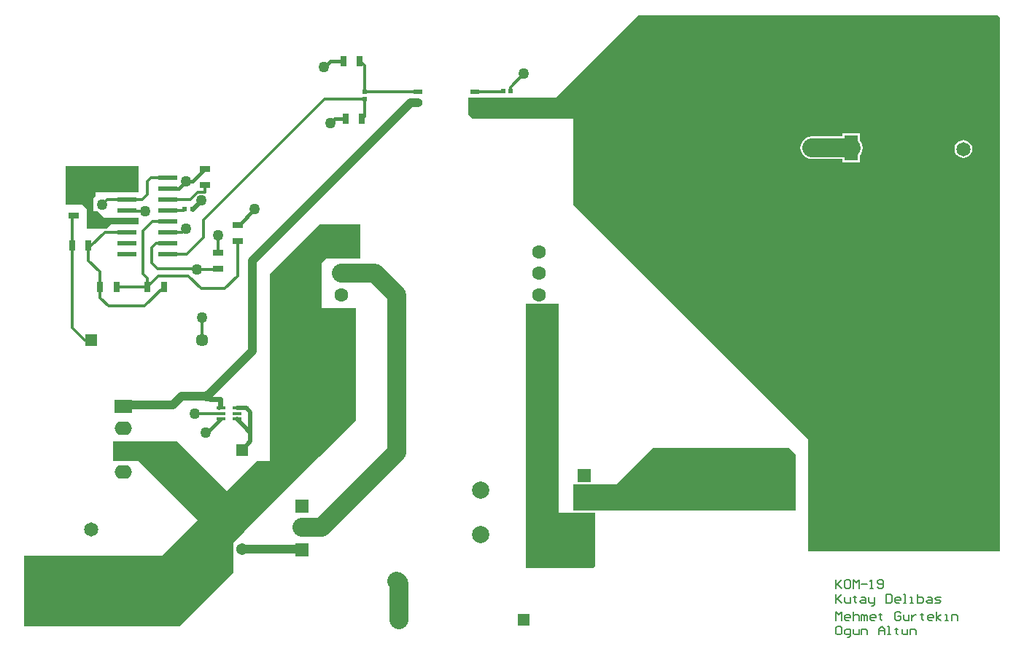
<source format=gtl>
G04*
G04 #@! TF.GenerationSoftware,Altium Limited,Altium Designer,18.0.9 (584)*
G04*
G04 Layer_Physical_Order=1*
G04 Layer_Color=255*
%FSLAX44Y44*%
%MOMM*%
G71*
G01*
G75*
%ADD13C,0.2000*%
%ADD16R,0.6000X0.5600*%
%ADD17R,0.5600X0.6000*%
%ADD18R,1.0200X0.3600*%
%ADD19R,1.1100X0.5700*%
%ADD20R,2.1844X0.5588*%
%ADD21R,0.7000X1.3000*%
%ADD22R,1.3000X0.7000*%
%ADD23R,1.6000X3.0000*%
%ADD37R,1.3716X1.3716*%
%ADD38C,1.3716*%
%ADD41R,1.3716X1.3716*%
%ADD43C,1.4478*%
%ADD44R,1.4478X1.4478*%
%ADD45C,0.6000*%
%ADD46C,0.3000*%
%ADD47C,0.4000*%
%ADD48C,1.0000*%
%ADD49C,2.2000*%
%ADD50C,0.5000*%
%ADD51C,1.6500*%
%ADD52R,1.6500X1.6500*%
%ADD53C,2.0000*%
%ADD54R,1.6000X1.6000*%
%ADD55O,1.8000X1.6000*%
%ADD56O,2.0000X1.6000*%
%ADD57R,2.0000X1.6000*%
%ADD58C,1.6000*%
%ADD59C,1.2700*%
G36*
X155000Y530000D02*
X105000D01*
Y525000D01*
X102500Y522500D01*
Y507500D01*
X107500D01*
X115000Y500000D01*
X155000D01*
Y492500D01*
X122500D01*
X117500Y487500D01*
X95000D01*
Y510000D01*
X90000Y515000D01*
X70000D01*
Y522500D01*
Y560000D01*
X155000D01*
Y530000D01*
D02*
G37*
G36*
X412500Y452500D02*
X372500D01*
X367500Y447500D01*
Y395000D01*
X407500D01*
X407500Y265000D01*
X365000Y222500D01*
X340000Y197500D01*
X277500Y135000D01*
X265000Y122500D01*
X265000Y87500D01*
X202500Y25000D01*
X22500D01*
X22500Y107500D01*
X182500D01*
X223750Y148750D01*
X155000Y217500D01*
X125000D01*
Y240000D01*
X200000D01*
X257500Y182500D01*
X292500Y217500D01*
X307500D01*
Y435000D01*
X365000Y492500D01*
X412500D01*
Y452500D01*
D02*
G37*
G36*
X917500Y225000D02*
X917500Y160000D01*
X660000Y160000D01*
X660000Y190000D01*
X710000Y190000D01*
X752500Y232500D01*
X910000D01*
X917500Y225000D01*
D02*
G37*
G36*
X1155000Y732500D02*
Y112500D01*
X932500D01*
Y242500D01*
X660000Y515000D01*
Y615000D01*
X542500D01*
X537500Y620000D01*
Y640000D01*
X640000D01*
X735000Y735000D01*
X1152500D01*
X1155000Y732500D01*
D02*
G37*
G36*
X642500Y387500D02*
Y157500D01*
X685000D01*
Y95000D01*
X682500Y92500D01*
X605000D01*
Y400000D01*
X642500D01*
Y387500D01*
D02*
G37*
%LPC*%
G36*
X1112500Y590338D02*
X1109824Y589986D01*
X1107331Y588953D01*
X1105190Y587310D01*
X1103547Y585169D01*
X1102514Y582676D01*
X1102162Y580000D01*
X1102514Y577324D01*
X1103547Y574831D01*
X1105190Y572690D01*
X1107331Y571047D01*
X1109824Y570014D01*
X1112500Y569662D01*
X1115176Y570014D01*
X1117669Y571047D01*
X1119810Y572690D01*
X1121453Y574831D01*
X1122486Y577324D01*
X1122838Y580000D01*
X1122486Y582676D01*
X1121453Y585169D01*
X1119810Y587310D01*
X1117669Y588953D01*
X1115176Y589986D01*
X1112500Y590338D01*
D02*
G37*
G36*
X992500Y598500D02*
X972500D01*
Y594612D01*
X936500D01*
X933106Y594165D01*
X929944Y592855D01*
X927228Y590772D01*
X925145Y588056D01*
X923835Y584894D01*
X923388Y581500D01*
X923835Y578106D01*
X925145Y574944D01*
X927228Y572228D01*
X929944Y570145D01*
X933106Y568835D01*
X936500Y568388D01*
X972500D01*
Y564500D01*
X992500D01*
Y573177D01*
X993856Y574944D01*
X995165Y578106D01*
X995612Y581500D01*
X995165Y584894D01*
X993856Y588056D01*
X992500Y589823D01*
Y598500D01*
D02*
G37*
%LPD*%
D13*
X964500Y79050D02*
Y69053D01*
Y72385D01*
X971164Y79050D01*
X966166Y74051D01*
X971164Y69053D01*
X979495Y79050D02*
X976163D01*
X974497Y77383D01*
Y70719D01*
X976163Y69053D01*
X979495D01*
X981161Y70719D01*
Y77383D01*
X979495Y79050D01*
X984494Y69053D02*
Y79050D01*
X987826Y75717D01*
X991158Y79050D01*
Y69053D01*
X994490Y74051D02*
X1001155D01*
X1004487Y69053D02*
X1007819D01*
X1006153D01*
Y79050D01*
X1004487Y77383D01*
X1012818Y70719D02*
X1014484Y69053D01*
X1017816D01*
X1019482Y70719D01*
Y77383D01*
X1017816Y79050D01*
X1014484D01*
X1012818Y77383D01*
Y75717D01*
X1014484Y74051D01*
X1019482D01*
X964500Y62253D02*
Y52257D01*
Y55589D01*
X971164Y62253D01*
X966166Y57255D01*
X971164Y52257D01*
X974497Y58921D02*
Y53923D01*
X976163Y52257D01*
X981161D01*
Y58921D01*
X986160Y60587D02*
Y58921D01*
X984494D01*
X987826D01*
X986160D01*
Y53923D01*
X987826Y52257D01*
X994490Y58921D02*
X997823D01*
X999489Y57255D01*
Y52257D01*
X994490D01*
X992824Y53923D01*
X994490Y55589D01*
X999489D01*
X1002821Y58921D02*
Y53923D01*
X1004487Y52257D01*
X1009485D01*
Y50591D01*
X1007819Y48924D01*
X1006153D01*
X1009485Y52257D02*
Y58921D01*
X1022814Y62253D02*
Y52257D01*
X1027813D01*
X1029479Y53923D01*
Y60587D01*
X1027813Y62253D01*
X1022814D01*
X1037810Y52257D02*
X1034477D01*
X1032811Y53923D01*
Y57255D01*
X1034477Y58921D01*
X1037810D01*
X1039476Y57255D01*
Y55589D01*
X1032811D01*
X1042808Y52257D02*
X1046140D01*
X1044474D01*
Y62253D01*
X1042808D01*
X1051139Y52257D02*
X1054471D01*
X1052805D01*
Y58921D01*
X1051139D01*
X1059469Y62253D02*
Y52257D01*
X1064468D01*
X1066134Y53923D01*
Y55589D01*
Y57255D01*
X1064468Y58921D01*
X1059469D01*
X1071132D02*
X1074465D01*
X1076131Y57255D01*
Y52257D01*
X1071132D01*
X1069466Y53923D01*
X1071132Y55589D01*
X1076131D01*
X1079463Y52257D02*
X1084461D01*
X1086127Y53923D01*
X1084461Y55589D01*
X1081129D01*
X1079463Y57255D01*
X1081129Y58921D01*
X1086127D01*
X964500Y32128D02*
Y42125D01*
X967832Y38793D01*
X971164Y42125D01*
Y32128D01*
X979495D02*
X976163D01*
X974497Y33795D01*
Y37127D01*
X976163Y38793D01*
X979495D01*
X981161Y37127D01*
Y35461D01*
X974497D01*
X984494Y42125D02*
Y32128D01*
Y37127D01*
X986160Y38793D01*
X989492D01*
X991158Y37127D01*
Y32128D01*
X994490D02*
Y38793D01*
X996156D01*
X997823Y37127D01*
Y32128D01*
Y37127D01*
X999489Y38793D01*
X1001155Y37127D01*
Y32128D01*
X1009485D02*
X1006153D01*
X1004487Y33795D01*
Y37127D01*
X1006153Y38793D01*
X1009485D01*
X1011152Y37127D01*
Y35461D01*
X1004487D01*
X1016150Y40459D02*
Y38793D01*
X1014484D01*
X1017816D01*
X1016150D01*
Y33795D01*
X1017816Y32128D01*
X1039476Y40459D02*
X1037810Y42125D01*
X1034477D01*
X1032811Y40459D01*
Y33795D01*
X1034477Y32128D01*
X1037810D01*
X1039476Y33795D01*
Y37127D01*
X1036144D01*
X1042808Y38793D02*
Y33795D01*
X1044474Y32128D01*
X1049473D01*
Y38793D01*
X1052805D02*
Y32128D01*
Y35461D01*
X1054471Y37127D01*
X1056137Y38793D01*
X1057803D01*
X1064468Y40459D02*
Y38793D01*
X1062802D01*
X1066134D01*
X1064468D01*
Y33795D01*
X1066134Y32128D01*
X1076131D02*
X1072798D01*
X1071132Y33795D01*
Y37127D01*
X1072798Y38793D01*
X1076131D01*
X1077797Y37127D01*
Y35461D01*
X1071132D01*
X1081129Y32128D02*
Y42125D01*
Y35461D02*
X1086127Y38793D01*
X1081129Y35461D02*
X1086127Y32128D01*
X1091126D02*
X1094458D01*
X1092792D01*
Y38793D01*
X1091126D01*
X1099456Y32128D02*
Y38793D01*
X1104455D01*
X1106121Y37127D01*
Y32128D01*
X969498Y25329D02*
X966166D01*
X964500Y23663D01*
Y16998D01*
X966166Y15332D01*
X969498D01*
X971164Y16998D01*
Y23663D01*
X969498Y25329D01*
X977829Y12000D02*
X979495D01*
X981161Y13666D01*
Y21997D01*
X976163D01*
X974497Y20331D01*
Y16998D01*
X976163Y15332D01*
X981161D01*
X984494Y21997D02*
Y16998D01*
X986160Y15332D01*
X991158D01*
Y21997D01*
X994490Y15332D02*
Y21997D01*
X999489D01*
X1001155Y20331D01*
Y15332D01*
X1014484D02*
Y21997D01*
X1017816Y25329D01*
X1021148Y21997D01*
Y15332D01*
Y20331D01*
X1014484D01*
X1024481Y15332D02*
X1027813D01*
X1026147D01*
Y25329D01*
X1024481D01*
X1034477Y23663D02*
Y21997D01*
X1032811D01*
X1036144D01*
X1034477D01*
Y16998D01*
X1036144Y15332D01*
X1041142Y21997D02*
Y16998D01*
X1042808Y15332D01*
X1047806D01*
Y21997D01*
X1051139Y15332D02*
Y21997D01*
X1056137D01*
X1057803Y20331D01*
Y15332D01*
D16*
X417500Y638150D02*
D03*
Y646850D02*
D03*
D17*
X586850Y647500D02*
D03*
X578150D02*
D03*
X208800Y510000D02*
D03*
X217500D02*
D03*
D18*
X269550Y279000D02*
D03*
Y272500D02*
D03*
Y266000D02*
D03*
X250450D02*
D03*
Y272500D02*
D03*
Y279000D02*
D03*
D19*
X479500Y633650D02*
D03*
Y646350D02*
D03*
X545500D02*
D03*
Y633650D02*
D03*
D20*
X141378Y458050D02*
D03*
Y470750D02*
D03*
Y483450D02*
D03*
Y496150D02*
D03*
Y508850D02*
D03*
Y521550D02*
D03*
Y534250D02*
D03*
Y546950D02*
D03*
X188622D02*
D03*
Y534250D02*
D03*
Y521550D02*
D03*
Y508850D02*
D03*
Y496150D02*
D03*
Y483450D02*
D03*
Y470750D02*
D03*
Y458050D02*
D03*
D21*
X393000Y682500D02*
D03*
X412000D02*
D03*
X395500Y615000D02*
D03*
X414500D02*
D03*
X165500Y420000D02*
D03*
X184500D02*
D03*
X97000Y467500D02*
D03*
X78000D02*
D03*
X110500Y420000D02*
D03*
X129500D02*
D03*
D22*
X247500Y440500D02*
D03*
Y459500D02*
D03*
X80000Y503000D02*
D03*
Y522000D02*
D03*
X232500Y538000D02*
D03*
Y557000D02*
D03*
X270000Y473000D02*
D03*
Y492000D02*
D03*
D23*
X982500Y632500D02*
D03*
Y581500D02*
D03*
D37*
X602280Y32500D02*
D03*
D38*
X457500D02*
D03*
X275000Y115000D02*
D03*
D41*
Y229750D02*
D03*
D43*
X228524Y357500D02*
D03*
D44*
X100000D02*
D03*
D45*
X217500Y510000D02*
X227500Y520000D01*
X250000Y280500D02*
Y289125D01*
X238375D02*
X250000D01*
X235000Y292500D02*
X238375Y289125D01*
X137500Y280600D02*
Y282350D01*
D46*
X223420Y529850D02*
X232350D01*
X215120Y521550D02*
X223420Y529850D01*
X188622Y521550D02*
X215120D01*
X232350Y529850D02*
X232500Y530000D01*
X230000Y497500D02*
X370650Y638150D01*
X248500Y279000D02*
X250450D01*
X232500Y530000D02*
Y538000D01*
X602500Y667500D02*
Y667500D01*
X586850Y651850D02*
X602500Y667500D01*
X586850Y647500D02*
Y651850D01*
X222500Y440000D02*
X246500D01*
X247000Y440500D01*
X177000D02*
X222500D01*
X227500Y417500D02*
X255000D01*
X212500Y432500D02*
X227500Y417500D01*
X255000D02*
X270000Y432500D01*
X228524Y357500D02*
Y383976D01*
X165500Y420000D02*
X178000Y432500D01*
X212500D01*
X270000D02*
Y473000D01*
X577000Y646350D02*
X578150Y647500D01*
X545500Y646350D02*
X577000D01*
X412000Y682500D02*
X417500Y677000D01*
Y646850D02*
Y677000D01*
X479000Y646850D02*
X479500Y646350D01*
X417500Y646850D02*
X479000D01*
X247500Y459500D02*
Y480000D01*
X205950Y483450D02*
X210000Y487500D01*
X188622Y483450D02*
X205950D01*
X142728Y507500D02*
X162500D01*
X141378Y508850D02*
X142728Y507500D01*
X220000Y272500D02*
X251300D01*
X112500Y515000D02*
X119050Y521550D01*
X141378D01*
X159050D01*
X165000Y527500D01*
Y542500D01*
X169450Y546950D01*
X188622D01*
X370650Y638150D02*
X417500D01*
X230000Y477500D02*
Y497500D01*
X207650Y508850D02*
X208800Y510000D01*
X188622Y508850D02*
X207650D01*
X210550Y458050D02*
X230000Y477500D01*
X165500Y420000D02*
Y429500D01*
X160000Y435000D02*
X165500Y429500D01*
X160000Y435000D02*
Y485000D01*
X171150Y496150D01*
X170000Y465000D02*
X175750Y470750D01*
X170000Y447500D02*
Y465000D01*
Y447500D02*
X177000Y440500D01*
X175750Y470750D02*
X188622D01*
X171150Y496150D02*
X188622D01*
Y458050D02*
X210550D01*
X414500Y615000D02*
X417500Y618000D01*
Y638150D01*
X162000Y397500D02*
X184500Y420000D01*
X120000Y397500D02*
X162000D01*
X110500Y407000D02*
X120000Y397500D01*
X110500Y407000D02*
Y420000D01*
X129500D02*
X165500D01*
X115950Y483450D02*
X141378D01*
X100000Y467500D02*
X115950Y483450D01*
X97000Y467500D02*
X100000D01*
X97000Y450500D02*
Y467500D01*
Y450500D02*
X110500Y437000D01*
Y420000D02*
Y437000D01*
X78000Y501000D02*
X80000Y503000D01*
X78000Y467500D02*
Y501000D01*
Y372000D02*
Y467500D01*
Y372000D02*
X92500Y357500D01*
X100000D01*
D47*
X248500Y279000D02*
X250000Y280500D01*
X370000Y675000D02*
X377500Y682500D01*
X393000D01*
X377500Y610000D02*
X382500Y615000D01*
X395500D01*
X272000Y492000D02*
X290000Y510000D01*
X270000Y492000D02*
X272000D01*
X218000Y542500D02*
X232500Y557000D01*
X210000Y542500D02*
X218000D01*
X201750Y534250D02*
X210000Y542500D01*
X188622Y534250D02*
X201750D01*
X233050Y250550D02*
X235000D01*
X250450Y266000D01*
D48*
X205000Y292500D02*
X235000D01*
X194850Y282350D02*
X205000Y292500D01*
X137500Y282350D02*
X194850D01*
X275000Y115000D02*
X344000D01*
X235000Y292500D02*
X287500Y345000D01*
X471150Y633650D02*
X479500D01*
X287500Y450000D02*
X471150Y633650D01*
X287500Y345000D02*
Y450000D01*
D49*
X390000Y435500D02*
X429500D01*
X455000Y410000D01*
Y227500D02*
Y410000D01*
Y77500D02*
X457500Y75000D01*
Y32500D02*
Y75000D01*
X367500Y140000D02*
X455000Y227500D01*
X345000Y140000D02*
X367500D01*
X936500Y581500D02*
X982500D01*
D50*
X344000Y115000D02*
X345000Y114000D01*
X275000Y229750D02*
X285000Y239750D01*
Y250550D02*
Y274000D01*
X280000Y279000D02*
X285000Y274000D01*
X269550Y279000D02*
X280000D01*
X285000Y239750D02*
Y250550D01*
X269550Y266000D02*
X285000Y250550D01*
D51*
X100000Y137500D02*
D03*
X1112500Y580000D02*
D03*
D52*
X100000Y87500D02*
D03*
X1112500Y630000D02*
D03*
D53*
X975000Y215000D02*
D03*
X903000Y216000D02*
D03*
X552500Y183000D02*
D03*
Y132000D02*
D03*
D54*
X672500Y149000D02*
D03*
Y175000D02*
D03*
Y200000D02*
D03*
X345000Y165000D02*
D03*
Y140000D02*
D03*
Y114000D02*
D03*
X390000Y460500D02*
D03*
D55*
X455000Y227500D02*
D03*
Y77500D02*
D03*
D56*
X137500Y204400D02*
D03*
Y229800D02*
D03*
Y255200D02*
D03*
D57*
Y280600D02*
D03*
D58*
X390000Y435500D02*
D03*
Y410500D02*
D03*
Y385500D02*
D03*
X620000Y460500D02*
D03*
Y385500D02*
D03*
Y410500D02*
D03*
Y435500D02*
D03*
D59*
X227500Y520000D02*
D03*
X370000Y675000D02*
D03*
X377500Y610000D02*
D03*
X290000Y510000D02*
D03*
X117500Y542500D02*
D03*
X210000D02*
D03*
X233050Y250550D02*
D03*
X967500Y581500D02*
D03*
X952500D02*
D03*
X936500D02*
D03*
X602500Y667500D02*
D03*
X222500Y440000D02*
D03*
X228524Y383976D02*
D03*
X247500Y480000D02*
D03*
X210000Y487500D02*
D03*
X162500Y507500D02*
D03*
X235000Y292500D02*
D03*
X220000Y272500D02*
D03*
X112500Y515000D02*
D03*
M02*

</source>
